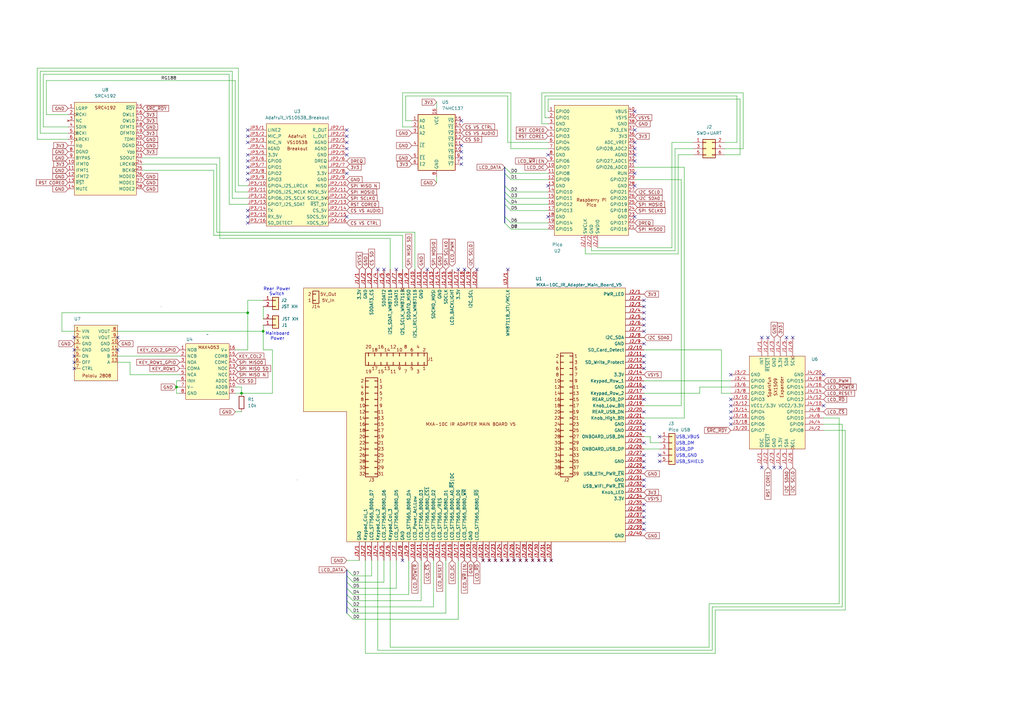
<source format=kicad_sch>
(kicad_sch (version 20231120) (generator "eeschema") (generator_version "8.0")
  (paper "A3")
  (lib_symbols
    (symbol "74xx:74HC137"
      (property "Reference" "U" (at -7.62 13.97 0))
      (property "Value" "74HC137" (at 2.54 -11.43 0))
      (symbol "74HC137_1_1"
        (pin input line (at -10.16 10.16 0) (length 2.54) (name "A0") (number "1"))
        (pin output line (at 10.16 -2.54 180) (length 2.54) (name "~{Y5}") (number "10"))
        (pin output line (at 10.16 0 180) (length 2.54) (name "~{Y4}") (number "11"))
        (pin output line (at 10.16 2.54 180) (length 2.54) (name "~{Y3}") (number "12"))
        (pin output line (at 10.16 5.08 180) (length 2.54) (name "~{Y2}") (number "13"))
        (pin output line (at 10.16 7.62 180) (length 2.54) (name "~{Y1}") (number "14"))
        (pin output line (at 10.16 10.16 180) (length 2.54) (name "~{Y0}") (number "15"))
        (pin power_in line (at 0 15.24 270) (length 2.54) (name "VCC") (number "16"))
        (pin input line (at -10.16 7.62 0) (length 2.54) (name "A1") (number "2"))
        (pin input line (at -10.16 5.08 0) (length 2.54) (name "A2") (number "3"))
        (pin input line (at -10.16 0 0) (length 2.54) (name "~{LE}") (number "4"))
        (pin input line (at -10.16 -5.08 0) (length 2.54) (name "~{E1}") (number "5"))
        (pin input line (at -10.16 -7.62 0) (length 2.54) (name "E2") (number "6"))
        (pin output line (at 10.16 -7.62 180) (length 2.54) (name "~{Y7}") (number "7"))
        (pin power_in line (at 0 -12.7 90) (length 2.54) (name "GND") (number "8"))
        (pin output line (at 10.16 -5.08 180) (length 2.54) (name "~{Y6}") (number "9"))
      )
    )
    (symbol "Connector_Generic:Conn_01x02" (pin_names (offset 1.016) hide)
      (property "Reference" "J" (at 0 2.54 0))
      (property "Value" "Conn_01x02" (at 0 -5.08 0))
      (symbol "Conn_01x02_1_1"
        (pin passive line (at -5.08 0 0) (length 3.81) (name "Pin_1") (number "1"))
        (pin passive line (at -5.08 -2.54 0) (length 3.81) (name "Pin_2") (number "2"))
      )
    )
    (symbol "Connector_Generic:Conn_01x05" (pin_names (offset 1.016) hide)
      (property "Reference" "J" (at 0 7.62 0))
      (property "Value" "Conn_01x05" (at 0 -7.62 0))
      (symbol "Conn_01x05_1_1"
        (pin passive line (at -5.08 5.08 0) (length 3.81) (name "Pin_1") (number "1"))
        (pin passive line (at -5.08 2.54 0) (length 3.81) (name "Pin_2") (number "2"))
        (pin passive line (at -5.08 0 0) (length 3.81) (name "Pin_3") (number "3"))
        (pin passive line (at -5.08 -2.54 0) (length 3.81) (name "Pin_4") (number "4"))
        (pin passive line (at -5.08 -5.08 0) (length 3.81) (name "Pin_5") (number "5"))
      )
    )
    (symbol "Connector_Generic:Conn_02x03_Odd_Even" (pin_names (offset 1.016) hide)
      (property "Reference" "J" (at 1.27 5.08 0))
      (property "Value" "Conn_02x03_Odd_Even" (at 1.27 -5.08 0))
      (symbol "Conn_02x03_Odd_Even_1_1"
        (pin passive line (at -5.08 2.54 0) (length 3.81) (name "Pin_1") (number "1"))
        (pin passive line (at 7.62 2.54 180) (length 3.81) (name "Pin_2") (number "2"))
        (pin passive line (at -5.08 0 0) (length 3.81) (name "Pin_3") (number "3"))
        (pin passive line (at 7.62 0 180) (length 3.81) (name "Pin_4") (number "4"))
        (pin passive line (at -5.08 -2.54 0) (length 3.81) (name "Pin_5") (number "5"))
        (pin passive line (at 7.62 -2.54 180) (length 3.81) (name "Pin_6") (number "6"))
      )
    )
    (symbol "Device:R" (pin_numbers hide) (pin_names (offset 0))
      (property "Reference" "R" (at 2.032 0 90))
      (property "Value" "R" (at 0 0 90))
      (symbol "R_1_1"
        (pin passive line (at 0 3.81 270) (length 1.27) (name "~") (number "1"))
        (pin passive line (at 0 -3.81 90) (length 1.27) (name "~") (number "2"))
      )
    )
    (symbol "picopdio:Adafruit_VS1053B_Breakout" (pin_names (offset 0.5))
      (property "Reference" "U" (at 0 0 0))
      (property "Value" "Adafruit_VS1053B_Breakout" (at 0 3.81 0))
      (symbol "Adafruit_VS1053B_Breakout_0_0"
        (text "Adafruit" (at 0 -2.54 0) (effects (font (size 1.27 1.27))))
        (text "Breakout" (at 0 -7.62 0) (effects (font (size 1.27 1.27))))
        (text "VS1053B" (at 0 -5.08 0) (effects (font (size 1.27 1.27))))
        (pin output line (at 20.32 0 180) (length 7.62) (name "R_OUT") (number "JP2/1"))
        (pin output line (at 20.32 -22.86 180) (length 7.62) (name "MISO") (number "JP2/10"))
        (pin input line (at 20.32 -25.4 180) (length 7.62) (name "MOSI_5V") (number "JP2/11"))
        (pin input clock (at 20.32 -27.94 180) (length 7.62) (name "SCLK_5V") (number "JP2/12"))
        (pin input line (at 20.32 -33.02 180) (length 7.62) (name "CS_5V") (number "JP2/14"))
        (pin input line (at 20.32 -35.56 180) (length 7.62) (name "SDCS_5V") (number "JP2/15"))
        (pin input line (at 20.32 -38.1 180) (length 7.62) (name "XDCS_5V") (number "JP2/16"))
        (pin output line (at 20.32 -2.54 180) (length 7.62) (name "L_OUT") (number "JP2/2"))
        (pin power_out line (at 20.32 -5.08 180) (length 7.62) (name "AGND") (number "JP2/3"))
        (pin power_out line (at 20.32 -7.62 180) (length 7.62) (name "AGND") (number "JP2/4"))
        (pin power_in line (at 20.32 -10.16 180) (length 7.62) (name "GND") (number "JP2/5"))
        (pin output line (at 20.32 -12.7 180) (length 7.62) (name "DREQ") (number "JP2/6"))
        (pin power_in line (at 20.32 -15.24 180) (length 7.62) (name "VIN") (number "JP2/7"))
        (pin power_out line (at 20.32 -17.78 180) (length 7.62) (name "3.3V") (number "JP2/8"))
        (pin power_in line (at 20.32 -20.32 180) (length 7.62) (name "GND") (number "JP2/9"))
        (pin input line (at -20.32 0 0) (length 7.62) (name "LINE2") (number "JP3/1"))
        (pin bidirectional line (at -20.32 -22.86 0) (length 7.62) (name "GPIO4_I2S_LRCLK") (number "JP3/10"))
        (pin bidirectional line (at -20.32 -25.4 0) (length 7.62) (name "GPIO5_I2S_MCLK") (number "JP3/11"))
        (pin bidirectional line (at -20.32 -27.94 0) (length 7.62) (name "GPIO6_I2S_SCLK") (number "JP3/12"))
        (pin bidirectional line (at -20.32 -30.48 0) (length 7.62) (name "GPIO7_I2S_SDAT") (number "JP3/13"))
        (pin output line (at -20.32 -33.02 0) (length 7.62) (name "TX") (number "JP3/14"))
        (pin input line (at -20.32 -35.56 0) (length 7.62) (name "RX_5V") (number "JP3/15"))
        (pin output line (at -20.32 -38.1 0) (length 7.62) (name "SD_DETECT") (number "JP3/16"))
        (pin input line (at -20.32 -2.54 0) (length 7.62) (name "MIC_P") (number "JP3/2"))
        (pin input line (at -20.32 -5.08 0) (length 7.62) (name "MIC_N") (number "JP3/3"))
        (pin power_out line (at -20.32 -10.16 0) (length 7.62) (name "3.3V") (number "JP3/5"))
        (pin bidirectional line (at -20.32 -12.7 0) (length 7.62) (name "GPIO0") (number "JP3/6"))
        (pin bidirectional line (at -20.32 -15.24 0) (length 7.62) (name "GPIO1") (number "JP3/7"))
        (pin bidirectional line (at -20.32 -17.78 0) (length 7.62) (name "GPIO2") (number "JP3/8"))
        (pin bidirectional line (at -20.32 -20.32 0) (length 7.62) (name "GPIO3") (number "JP3/9"))
      )
      (symbol "Adafruit_VS1053B_Breakout_1_0"
        (pin input line (at 20.32 -30.48 180) (length 7.62) (name "~{RST}_5V") (number "JP2/13"))
        (pin power_out line (at -20.32 -7.62 0) (length 7.62) (name "AGND") (number "JP3/4"))
      )
    )
    (symbol "picopdio:MAX4053"
      (property "Reference" "U" (at 0.508 1.016 0))
      (symbol "MAX4053_1_1"
        (text "MAX4053" (at 9.398 -1.524 0) (effects (font (size 1.27 1.27))))
        (pin bidirectional line (at -2.54 -2.54 0) (length 2.54) (name "NOB") (number "1"))
        (pin input line (at 20.32 -17.78 180) (length 2.54) (name "ADDB") (number "10"))
        (pin input line (at 20.32 -15.24 180) (length 2.54) (name "ADDC") (number "11"))
        (pin bidirectional line (at 20.32 -12.7 180) (length 2.54) (name "NCC") (number "12"))
        (pin bidirectional line (at 20.32 -10.16 180) (length 2.54) (name "NOC") (number "13"))
        (pin bidirectional line (at 20.32 -7.62 180) (length 2.54) (name "COMC") (number "14"))
        (pin bidirectional line (at 20.32 -5.08 180) (length 2.54) (name "COMB") (number "15"))
        (pin power_in line (at 20.32 -2.54 180) (length 2.54) (name "V+") (number "16"))
        (pin bidirectional line (at -2.54 -5.08 0) (length 2.54) (name "NCB") (number "2"))
        (pin bidirectional line (at -2.54 -7.62 0) (length 2.54) (name "NOA") (number "3"))
        (pin bidirectional line (at -2.54 -10.16 0) (length 2.54) (name "COMA") (number "4"))
        (pin bidirectional line (at -2.54 -12.7 0) (length 2.54) (name "NCA") (number "5"))
        (pin input line (at -2.54 -15.24 0) (length 2.54) (name "INH") (number "6"))
        (pin power_in line (at -2.54 -17.78 0) (length 2.54) (name "V-") (number "7"))
        (pin power_in line (at -2.54 -20.32 0) (length 2.54) (name "GND") (number "8"))
        (pin input line (at 20.32 -20.32 180) (length 2.54) (name "ADDA") (number "9"))
      )
    )
    (symbol "picopdio:MXA-10C_IR_Adapter_Main_Board_V5"
      (property "Reference" "U" (at 83.82 -58.42 0))
      (property "Value" "MXA-10C_IR_Adapter_Main_Board_V5" (at 83.82 -53.34 0))
      (symbol "MXA-10C_IR_Adapter_Main_Board_V5_0_0"
        (text "1" (at 17.78 -12.7 0) (effects (font (size 1.27 1.27))))
        (text "1" (at 46.99 -45.72 0) (effects (font (size 1.27 1.27))))
        (text "1" (at 64.77 -40.64 0) (effects (font (size 1.27 1.27))))
        (text "1" (at 127 -35.56 0) (effects (font (size 1.27 1.27))))
        (text "10" (at 39.37 -55.88 0) (effects (font (size 1.27 1.27))))
        (text "10" (at 54.61 -33.02 0) (effects (font (size 1.27 1.27))))
        (text "10" (at 119.38 -45.72 0) (effects (font (size 1.27 1.27))))
        (text "11" (at 46.99 -58.42 0) (effects (font (size 1.27 1.27))))
        (text "11" (at 52.07 -41.91 0) (effects (font (size 1.27 1.27))))
        (text "11" (at 127 -48.26 0) (effects (font (size 1.27 1.27))))
        (text "12" (at 39.37 -58.42 0) (effects (font (size 1.27 1.27))))
        (text "12" (at 52.07 -31.75 0) (effects (font (size 1.27 1.27))))
        (text "12" (at 119.38 -48.26 0) (effects (font (size 1.27 1.27))))
        (text "13" (at 46.99 -60.96 0) (effects (font (size 1.27 1.27))))
        (text "13" (at 49.53 -40.64 0) (effects (font (size 1.27 1.27))))
        (text "13" (at 127 -50.8 0) (effects (font (size 1.27 1.27))))
        (text "14" (at 39.37 -60.96 0) (effects (font (size 1.27 1.27))))
        (text "14" (at 49.53 -33.02 0) (effects (font (size 1.27 1.27))))
        (text "14" (at 119.38 -50.8 0) (effects (font (size 1.27 1.27))))
        (text "15" (at 46.99 -63.5 0) (effects (font (size 1.27 1.27))))
        (text "15" (at 46.99 -41.91 0) (effects (font (size 1.27 1.27))))
        (text "15" (at 127 -53.34 0) (effects (font (size 1.27 1.27))))
        (text "16" (at 39.37 -63.5 0) (effects (font (size 1.27 1.27))))
        (text "16" (at 46.99 -31.75 0) (effects (font (size 1.27 1.27))))
        (text "16" (at 119.38 -53.34 0) (effects (font (size 1.27 1.27))))
        (text "17" (at 44.45 -40.64 0) (effects (font (size 1.27 1.27))))
        (text "17" (at 46.99 -66.04 0) (effects (font (size 1.27 1.27))))
        (text "17" (at 127 -55.88 0) (effects (font (size 1.27 1.27))))
        (text "18" (at 39.37 -66.04 0) (effects (font (size 1.27 1.27))))
        (text "18" (at 44.45 -33.02 0) (effects (font (size 1.27 1.27))))
        (text "18" (at 119.38 -55.88 0) (effects (font (size 1.27 1.27))))
        (text "19" (at 41.91 -41.91 0) (effects (font (size 1.27 1.27))))
        (text "19" (at 46.99 -68.58 0) (effects (font (size 1.27 1.27))))
        (text "19" (at 127 -58.42 0) (effects (font (size 1.27 1.27))))
        (text "2" (at 17.78 -10.16 0) (effects (font (size 1.27 1.27))))
        (text "2" (at 39.37 -45.72 0) (effects (font (size 1.27 1.27))))
        (text "2" (at 64.77 -33.02 0) (effects (font (size 1.27 1.27))))
        (text "2" (at 119.38 -35.56 0) (effects (font (size 1.27 1.27))))
        (text "20" (at 39.37 -68.58 0) (effects (font (size 1.27 1.27))))
        (text "20" (at 41.91 -31.75 0) (effects (font (size 1.27 1.27))))
        (text "20" (at 119.38 -58.42 0) (effects (font (size 1.27 1.27))))
        (text "21" (at 46.99 -71.12 0) (effects (font (size 1.27 1.27))))
        (text "21" (at 127 -60.96 0) (effects (font (size 1.27 1.27))))
        (text "22" (at 39.37 -71.12 0) (effects (font (size 1.27 1.27))))
        (text "22" (at 119.38 -60.96 0) (effects (font (size 1.27 1.27))))
        (text "23" (at 46.99 -73.66 0) (effects (font (size 1.27 1.27))))
        (text "23" (at 127 -63.5 0) (effects (font (size 1.27 1.27))))
        (text "24" (at 39.37 -73.66 0) (effects (font (size 1.27 1.27))))
        (text "24" (at 119.38 -63.5 0) (effects (font (size 1.27 1.27))))
        (text "25" (at 46.99 -76.2 0) (effects (font (size 1.27 1.27))))
        (text "25" (at 127 -66.04 0) (effects (font (size 1.27 1.27))))
        (text "26" (at 39.37 -76.2 0) (effects (font (size 1.27 1.27))))
        (text "26" (at 119.38 -66.04 0) (effects (font (size 1.27 1.27))))
        (text "27" (at 46.99 -78.74 0) (effects (font (size 1.27 1.27))))
        (text "27" (at 127 -68.58 0) (effects (font (size 1.27 1.27))))
        (text "28" (at 39.37 -78.74 0) (effects (font (size 1.27 1.27))))
        (text "28" (at 119.38 -68.58 0) (effects (font (size 1.27 1.27))))
        (text "29" (at 46.99 -81.28 0) (effects (font (size 1.27 1.27))))
        (text "29" (at 127 -71.12 0) (effects (font (size 1.27 1.27))))
        (text "3" (at 46.99 -48.26 0) (effects (font (size 1.27 1.27))))
        (text "3" (at 62.23 -41.91 0) (effects (font (size 1.27 1.27))))
        (text "3" (at 127 -38.1 0) (effects (font (size 1.27 1.27))))
        (text "30" (at 39.37 -81.28 0) (effects (font (size 1.27 1.27))))
        (text "30" (at 119.38 -71.12 0) (effects (font (size 1.27 1.27))))
        (text "31" (at 46.99 -83.82 0) (effects (font (size 1.27 1.27))))
        (text "31" (at 127 -73.66 0) (effects (font (size 1.27 1.27))))
        (text "32" (at 39.37 -83.82 0) (effects (font (size 1.27 1.27))))
        (text "32" (at 119.38 -73.66 0) (effects (font (size 1.27 1.27))))
        (text "33" (at 127 -76.2 0) (effects (font (size 1.27 1.27))))
        (text "34" (at 119.38 -76.2 0) (effects (font (size 1.27 1.27))))
        (text "35" (at 127 -78.74 0) (effects (font (size 1.27 1.27))))
        (text "36" (at 119.38 -78.74 0) (effects (font (size 1.27 1.27))))
        (text "37" (at 127 -81.28 0) (effects (font (size 1.27 1.27))))
        (text "38" (at 119.38 -81.28 0) (effects (font (size 1.27 1.27))))
        (text "39" (at 127 -83.82 0) (effects (font (size 1.27 1.27))))
        (text "4" (at 39.37 -48.26 0) (effects (font (size 1.27 1.27))))
        (text "4" (at 62.23 -31.75 0) (effects (font (size 1.27 1.27))))
        (text "4" (at 119.38 -38.1 0) (effects (font (size 1.27 1.27))))
        (text "40" (at 119.38 -83.82 0) (effects (font (size 1.27 1.27))))
        (text "5" (at 46.99 -50.8 0) (effects (font (size 1.27 1.27))))
        (text "5" (at 59.69 -40.64 0) (effects (font (size 1.27 1.27))))
        (text "5" (at 127 -40.64 0) (effects (font (size 1.27 1.27))))
        (text "6" (at 39.37 -50.8 0) (effects (font (size 1.27 1.27))))
        (text "6" (at 59.69 -33.02 0) (effects (font (size 1.27 1.27))))
        (text "6" (at 119.38 -40.64 0) (effects (font (size 1.27 1.27))))
        (text "7" (at 46.99 -53.34 0) (effects (font (size 1.27 1.27))))
        (text "7" (at 57.15 -41.91 0) (effects (font (size 1.27 1.27))))
        (text "7" (at 127 -43.18 0) (effects (font (size 1.27 1.27))))
        (text "8" (at 39.37 -53.34 0) (effects (font (size 1.27 1.27))))
        (text "8" (at 57.15 -31.75 0) (effects (font (size 1.27 1.27))))
        (text "8" (at 119.38 -43.18 0) (effects (font (size 1.27 1.27))))
        (text "9" (at 46.99 -55.88 0) (effects (font (size 1.27 1.27))))
        (text "9" (at 54.61 -40.64 0) (effects (font (size 1.27 1.27))))
        (text "9" (at 127 -45.72 0) (effects (font (size 1.27 1.27))))
        (text "J1" (at 67.31 -36.83 0) (effects (font (size 1.27 1.27))))
        (text "J14" (at 20.32 -15.24 0) (effects (font (size 1.27 1.27))))
        (text "J2" (at 123.19 -86.36 0) (effects (font (size 1.27 1.27))))
        (text "J3" (at 43.18 -86.36 0) (effects (font (size 1.27 1.27))))
        (text "MXA-10C IR ADAPTER MAIN BOARD V5" (at 83.82 -63.5 0) (effects (font (size 1.27 1.27))))
        (pin input line (at 60.96 0 270) (length 7.62) (name "I2S_LRCLK_WM8711B") (number "J1/10"))
        (pin power_out line (at 63.5 0 270) (length 7.62) (name "GND") (number "J1/11"))
        (pin unspecified line (at 66.04 0 270) (length 7.62) (name "") (number "J1/12"))
        (pin input line (at 68.58 0 270) (length 7.62) (name "SDCMD_MOSI") (number "J1/13"))
        (pin power_out line (at 71.12 0 270) (length 7.62) (name "GND") (number "J1/14"))
        (pin input line (at 73.66 0 270) (length 7.62) (name "SDCLK") (number "J1/15"))
        (pin input line (at 76.2 0 270) (length 7.62) (name "LCD_BACKLIGHT") (number "J1/16"))
        (pin power_out line (at 78.74 0 270) (length 7.62) (name "3.3V") (number "J1/17"))
        (pin unspecified line (at 81.28 0 270) (length 7.62) (name "") (number "J1/18"))
        (pin input line (at 83.82 0 270) (length 7.62) (name "I2C_SCL") (number "J1/19"))
        (pin power_out line (at 40.64 0 270) (length 7.62) (name "GND") (number "J1/2"))
        (pin unspecified line (at 86.36 0 270) (length 7.62) (name "") (number "J1/20"))
        (pin input line (at 43.18 0 270) (length 7.62) (name "SDDAT3_CS") (number "J1/3"))
        (pin unspecified line (at 45.72 0 270) (length 7.62) (name "") (number "J1/4"))
        (pin unspecified line (at 48.26 0 270) (length 7.62) (name "SDDAT2") (number "J1/5"))
        (pin unspecified line (at 50.8 0 270) (length 7.62) (name "I2S_SDAT_WM8711B") (number "J1/6"))
        (pin unspecified line (at 53.34 0 270) (length 7.62) (name "SDDAT1") (number "J1/7"))
        (pin bidirectional clock (at 55.88 0 270) (length 7.62) (name "I2S_SCLK_WM8711B") (number "J1/8"))
        (pin output line (at 58.42 0 270) (length 7.62) (name "SDDAT0_MISO") (number "J1/9"))
        (pin output line (at 154.94 -10.16 180) (length 7.62) (name "PWR_LED") (number "J2/1"))
        (pin output line (at 154.94 -33.02 180) (length 7.62) (name "SD_Card_Detect") (number "J2/10"))
        (pin unspecified line (at 154.94 -35.56 180) (length 7.62) (name "") (number "J2/11"))
        (pin output line (at 154.94 -38.1 180) (length 7.62) (name "SD_Write_Protect") (number "J2/12"))
        (pin unspecified line (at 154.94 -40.64 180) (length 7.62) (name "") (number "J2/13"))
        (pin power_out line (at 154.94 -43.18 180) (length 7.62) (name "3.3V") (number "J2/14"))
        (pin bidirectional line (at 154.94 -45.72 180) (length 7.62) (name "Keypad_Row_1") (number "J2/15"))
        (pin power_out line (at 154.94 -48.26 180) (length 7.62) (name "GND") (number "J2/16"))
        (pin bidirectional line (at 154.94 -50.8 180) (length 7.62) (name "Keypad_Row_2") (number "J2/17"))
        (pin output line (at 154.94 -55.88 180) (length 7.62) (name "Knob_Low_Bit") (number "J2/19"))
        (pin unspecified line (at 154.94 -12.7 180) (length 7.62) (name "") (number "J2/2"))
        (pin output line (at 154.94 -60.96 180) (length 7.62) (name "Knob_High_Bit") (number "J2/21"))
        (pin power_out line (at 154.94 -63.5 180) (length 7.62) (name "GND") (number "J2/22"))
        (pin power_out line (at 154.94 -66.04 180) (length 7.62) (name "GND") (number "J2/23"))
        (pin unspecified line (at 154.94 -71.12 180) (length 7.62) (name "") (number "J2/25"))
        (pin unspecified line (at 154.94 -76.2 180) (length 7.62) (name "") (number "J2/27"))
        (pin unspecified line (at 154.94 -78.74 180) (length 7.62) (name "GND") (number "J2/28"))
        (pin unspecified line (at 154.94 -81.28 180) (length 7.62) (name "") (number "J2/29"))
        (pin unspecified line (at 154.94 -15.24 180) (length 7.62) (name "") (number "J2/3"))
        (pin power_out line (at 154.94 -86.36 180) (length 7.62) (name "GND") (number "J2/31"))
        (pin input line (at 154.94 -91.44 180) (length 7.62) (name "Knob_LED") (number "J2/33"))
        (pin power_out line (at 154.94 -93.98 180) (length 7.62) (name "3.3V") (number "J2/34"))
        (pin unspecified line (at 154.94 -96.52 180) (length 7.62) (name "") (number "J2/35"))
        (pin unspecified line (at 154.94 -99.06 180) (length 7.62) (name "") (number "J2/36"))
        (pin unspecified line (at 154.94 -101.6 180) (length 7.62) (name "") (number "J2/37"))
        (pin unspecified line (at 154.94 -104.14 180) (length 7.62) (name "") (number "J2/38"))
        (pin unspecified line (at 154.94 -106.68 180) (length 7.62) (name "") (number "J2/39"))
        (pin unspecified line (at 154.94 -17.78 180) (length 7.62) (name "") (number "J2/4"))
        (pin power_out line (at 154.94 -109.22 180) (length 7.62) (name "GND") (number "J2/40"))
        (pin unspecified line (at 154.94 -20.32 180) (length 7.62) (name "") (number "J2/5"))
        (pin unspecified line (at 154.94 -22.86 180) (length 7.62) (name "") (number "J2/6"))
        (pin unspecified line (at 154.94 -25.4 180) (length 7.62) (name "") (number "J2/7"))
        (pin bidirectional line (at 154.94 -27.94 180) (length 7.62) (name "I2C_SDA") (number "J2/8"))
        (pin power_out line (at 154.94 -30.48 180) (length 7.62) (name "GND") (number "J2/9"))
        (pin power_out line (at 38.1 -119.38 90) (length 7.62) (name "GND") (number "J3/1"))
        (pin input line (at 60.96 -119.38 90) (length 7.62) (name "LCD_Power_Act.Low") (number "J3/10"))
        (pin input line (at 63.5 -119.38 90) (length 7.62) (name "LCD_ST7565_8080_D3") (number "J3/11"))
        (pin input line (at 68.58 -119.38 90) (length 7.62) (name "LCD_ST7565_8080_D2") (number "J3/13"))
        (pin input line (at 71.12 -119.38 90) (length 7.62) (name "LCD_ST7565_/RES") (number "J3/14"))
        (pin input line (at 73.66 -119.38 90) (length 7.62) (name "LCD_ST7565_8080_D1") (number "J3/15"))
        (pin input line (at 78.74 -119.38 90) (length 7.62) (name "LCD_ST7565_8080_D0") (number "J3/17"))
        (pin power_out line (at 83.82 -119.38 90) (length 7.62) (name "GND") (number "J3/19"))
        (pin bidirectional line (at 40.64 -119.38 90) (length 7.62) (name "Keypad_Col_1") (number "J3/2"))
        (pin no_connect line (at 88.9 -119.38 90) (length 7.62) (name "") (number "J3/21"))
        (pin no_connect line (at 91.44 -119.38 90) (length 7.62) (name "") (number "J3/22"))
        (pin no_connect line (at 93.98 -119.38 90) (length 7.62) (name "") (number "J3/23"))
        (pin no_connect line (at 96.52 -119.38 90) (length 7.62) (name "") (number "J3/24"))
        (pin no_connect line (at 99.06 -119.38 90) (length 7.62) (name "") (number "J3/25"))
        (pin no_connect line (at 101.6 -119.38 90) (length 7.62) (name "") (number "J3/26"))
        (pin no_connect line (at 104.14 -119.38 90) (length 7.62) (name "") (number "J3/27"))
        (pin no_connect line (at 106.68 -119.38 90) (length 7.62) (name "") (number "J3/28"))
        (pin no_connect line (at 109.22 -119.38 90) (length 7.62) (name "") (number "J3/29"))
        (pin input line (at 43.18 -119.38 90) (length 7.62) (name "LCD_ST7565_8080_D7") (number "J3/3"))
        (pin no_connect line (at 111.76 -119.38 90) (length 7.62) (name "") (number "J3/30"))
        (pin no_connect line (at 114.3 -119.38 90) (length 7.62) (name "") (number "J3/31"))
        (pin no_connect line (at 116.84 -119.38 90) (length 7.62) (name "") (number "J3/32"))
        (pin bidirectional line (at 45.72 -119.38 90) (length 7.62) (name "Keypad_Col_2") (number "J3/4"))
        (pin input line (at 48.26 -119.38 90) (length 7.62) (name "LCD_ST7565_8080_D6") (number "J3/5"))
        (pin bidirectional line (at 50.8 -119.38 90) (length 7.62) (name "Keypad_Col_3") (number "J3/6"))
        (pin input line (at 53.34 -119.38 90) (length 7.62) (name "LCD_ST7565_8080_D5") (number "J3/7"))
        (pin power_out line (at 55.88 -119.38 90) (length 7.62) (name "GND") (number "J3/8"))
        (pin input line (at 58.42 -119.38 90) (length 7.62) (name "LCD_ST7565_8080_D4") (number "J3/9"))
        (pin input line (at 99.06 0 270) (length 7.62) (name "WM8711B_XTI/MCLK") (number "U3/1"))
      )
      (symbol "MXA-10C_IR_Adapter_Main_Board_V5_1_0"
        (pin bidirectional line (at 154.94 -53.34 180) (length 7.62) (name "REAR_USB_DP") (number "J2/18"))
        (pin bidirectional line (at 154.94 -58.42 180) (length 7.62) (name "REAR_USB_DN") (number "J2/20"))
        (pin bidirectional line (at 154.94 -68.58 180) (length 7.62) (name "ONBOARD_USB_DN") (number "J2/24"))
        (pin bidirectional line (at 154.94 -73.66 180) (length 7.62) (name "ONBOARD_USB_DP") (number "J2/26"))
        (pin input line (at 154.94 -83.82 180) (length 7.62) (name "USB_ETH_PWR_~{EN}") (number "J2/30"))
        (pin input line (at 154.94 -88.9 180) (length 7.62) (name "USB_WIFI_PWR_~{EN}") (number "J2/32"))
        (pin input line (at 66.04 -119.38 90) (length 7.62) (name "LCD_ST7565_8080_~{CS1}") (number "J3/12"))
        (pin input line (at 76.2 -119.38 90) (length 7.62) (name "LCD_ST7565_8080_A0_~{RS}|DC") (number "J3/16"))
        (pin input line (at 81.28 -119.38 90) (length 7.62) (name "LCD_ST7565_8080_~{WR}") (number "J3/18"))
        (pin input line (at 86.36 -119.38 90) (length 7.62) (name "LCD_ST7565_8080_~{RD}") (number "J3/20"))
      )
      (symbol "MXA-10C_IR_Adapter_Main_Board_V5_1_1"
        (text "5V_In" (at 25.4 -12.7 0) (effects (font (size 1.27 1.27))))
        (text "5V_Out" (at 25.4 -10.16 0) (effects (font (size 1.27 1.27))))
        (pin power_out line (at 38.1 0 270) (length 7.62) (name "3.3V") (number "J1/1"))
      )
    )
    (symbol "picopdio:Pico"
      (property "Reference" "U" (at -13.97 29.21 0))
      (property "Value" "Pico" (at 0 -14.986 0))
      (symbol "Pico_1_0"
        (text "Raspberry Pi\nPico" (at 0 -11.938 0) (effects (font (size 1.27 1.27))))
      )
      (symbol "Pico_1_1"
        (pin bidirectional line (at -17.78 25.4 0) (length 2.54) (name "GPIO0") (number "1"))
        (pin bidirectional line (at -17.78 2.54 0) (length 2.54) (name "GPIO7") (number "10"))
        (pin bidirectional line (at -17.78 0 0) (length 2.54) (name "GPIO8") (number "11"))
        (pin bidirectional line (at -17.78 -2.54 0) (length 2.54) (name "GPIO9") (number "12"))
        (pin power_in line (at -17.78 -5.08 0) (length 2.54) (name "GND") (number "13"))
        (pin bidirectional line (at -17.78 -7.62 0) (length 2.54) (name "GPIO10") (number "14"))
        (pin bidirectional line (at -17.78 -10.16 0) (length 2.54) (name "GPIO11") (number "15"))
        (pin bidirectional line (at -17.78 -12.7 0) (length 2.54) (name "GPIO12") (number "16"))
        (pin bidirectional line (at -17.78 -15.24 0) (length 2.54) (name "GPIO13") (number "17"))
        (pin power_in line (at -17.78 -17.78 0) (length 2.54) (name "GND") (number "18"))
        (pin bidirectional line (at -17.78 -20.32 0) (length 2.54) (name "GPIO14") (number "19"))
        (pin bidirectional line (at -17.78 22.86 0) (length 2.54) (name "GPIO1") (number "2"))
        (pin bidirectional line (at -17.78 -22.86 0) (length 2.54) (name "GPIO15") (number "20"))
        (pin bidirectional line (at 17.78 -22.86 180) (length 2.54) (name "GPIO16") (number "21"))
        (pin bidirectional line (at 17.78 -20.32 180) (length 2.54) (name "GPIO17") (number "22"))
        (pin power_in line (at 17.78 -17.78 180) (length 2.54) (name "GND") (number "23"))
        (pin bidirectional line (at 17.78 -15.24 180) (length 2.54) (name "GPIO18") (number "24"))
        (pin bidirectional line (at 17.78 -12.7 180) (length 2.54) (name "GPIO19") (number "25"))
        (pin bidirectional line (at 17.78 -10.16 180) (length 2.54) (name "GPIO20") (number "26"))
        (pin bidirectional line (at 17.78 -7.62 180) (length 2.54) (name "GPIO21") (number "27"))
        (pin power_in line (at 17.78 -5.08 180) (length 2.54) (name "GND") (number "28"))
        (pin bidirectional line (at 17.78 -2.54 180) (length 2.54) (name "GPIO22") (number "29"))
        (pin power_in line (at -17.78 20.32 0) (length 2.54) (name "GND") (number "3"))
        (pin input line (at 17.78 0 180) (length 2.54) (name "RUN") (number "30"))
        (pin bidirectional line (at 17.78 2.54 180) (length 2.54) (name "GPIO26_ADC0") (number "31"))
        (pin bidirectional line (at 17.78 5.08 180) (length 2.54) (name "GPIO27_ADC1") (number "32"))
        (pin power_in line (at 17.78 7.62 180) (length 2.54) (name "AGND") (number "33"))
        (pin bidirectional line (at 17.78 10.16 180) (length 2.54) (name "GPIO28_ADC2") (number "34"))
        (pin power_in line (at 17.78 12.7 180) (length 2.54) (name "ADC_VREF") (number "35"))
        (pin power_out line (at 17.78 15.24 180) (length 2.54) (name "3V3") (number "36"))
        (pin input line (at 17.78 17.78 180) (length 2.54) (name "3V3_EN") (number "37"))
        (pin bidirectional line (at 17.78 20.32 180) (length 2.54) (name "GND") (number "38"))
        (pin power_in line (at 17.78 22.86 180) (length 2.54) (name "VSYS") (number "39"))
        (pin bidirectional line (at -17.78 17.78 0) (length 2.54) (name "GPIO2") (number "4"))
        (pin power_in line (at 17.78 25.4 180) (length 2.54) (name "VBUS") (number "40"))
        (pin bidirectional line (at -17.78 15.24 0) (length 2.54) (name "GPIO3") (number "5"))
        (pin bidirectional line (at -17.78 12.7 0) (length 2.54) (name "GPIO4") (number "6"))
        (pin bidirectional line (at -17.78 10.16 0) (length 2.54) (name "GPIO5") (number "7"))
        (pin power_in line (at -17.78 7.62 0) (length 2.54) (name "GND") (number "8"))
        (pin bidirectional line (at -17.78 5.08 0) (length 2.54) (name "GPIO6") (number "9"))
        (pin input line (at -2.54 -30.48 90) (length 5.08) (name "SWCLK") (number "J2/1"))
        (pin power_in line (at 0 -30.48 90) (length 5.08) (name "GND") (number "J2/2"))
        (pin bidirectional line (at 2.54 -30.48 90) (length 5.08) (name "SWDIO") (number "J2/3"))
      )
    )
    (symbol "picopdio:Pololu_2808"
      (property "Reference" "U" (at 2.54 0 0))
      (symbol "Pololu_2808_0_0"
        (text "Pololu 2808" (at 9.1646 -23.2967 0) (effects (font (size 1.27 1.27))))
      )
      (symbol "Pololu_2808_1_1"
        (pin power_in line (at 0 -5.08 0) (length 2.54) (name "VIN") (number "1"))
        (pin power_out line (at 17.78 -10.16 180) (length 2.54) (name "GND") (number "10"))
        (pin power_out line (at 17.78 -12.7 180) (length 2.54) (name "GND") (number "11"))
        (pin bidirectional line (at 17.78 -15.24 180) (length 2.54) (name "B") (number "12"))
        (pin bidirectional line (at 17.78 -17.78 180) (length 2.54) (name "A") (number "13"))
        (pin power_in line (at 0 -7.62 0) (length 2.54) (name "VIN") (number "2"))
        (pin power_in line (at 0 -10.16 0) (length 2.54) (name "GND") (number "3"))
        (pin power_in line (at 0 -12.7 0) (length 2.54) (name "GND") (number "4"))
        (pin input line (at 0 -15.24 0) (length 2.54) (name "ON") (number "5"))
        (pin input line (at 0 -17.78 0) (length 2.54) (name "OFF") (number "6"))
        (pin input line (at 0 -20.32 0) (length 2.54) (name "CTRL") (number "7"))
        (pin power_out line (at 17.78 -5.08 180) (length 2.54) (name "VOUT") (number "8"))
        (pin power_out line (at 17.78 -7.62 180) (length 2.54) (name "VOUT") (number "9"))
      )
    )
    (symbol "picopdio:SRC4192"
      (property "Reference" "U" (at -11.938 18.796 0))
      (property "Value" "SRC4192" (at 8.128 18.796 0))
      (symbol "SRC4192_1_1"
        (text "SRC4192" (at 0 15.494 0) (effects (font (size 1.27 1.27))))
        (pin input line (at -15.24 15.24 0) (length 2.54) (name "LGRP") (number "1"))
        (pin input line (at -15.24 -7.62 0) (length 2.54) (name "IFMT0") (number "10"))
        (pin input line (at -15.24 -10.16 0) (length 2.54) (name "IFMT1") (number "11"))
        (pin input line (at -15.24 -12.7 0) (length 2.54) (name "IFMT2") (number "12"))
        (pin input line (at -15.24 -15.24 0) (length 2.54) (name "~{RST}") (number "13"))
        (pin input line (at -15.24 -17.78 0) (length 2.54) (name "MUTE") (number "14"))
        (pin output line (at 15.24 15.24 180) (length 2.54) (name "~{RDY}") (number "15"))
        (pin input line (at 15.24 12.7 180) (length 2.54) (name "OWL1") (number "16"))
        (pin input line (at 15.24 10.16 180) (length 2.54) (name "OWL0") (number "17"))
        (pin input line (at 15.24 7.62 180) (length 2.54) (name "OFMT1") (number "18"))
        (pin input line (at 15.24 5.08 180) (length 2.54) (name "OFMT0") (number "19"))
        (pin input clock (at -15.24 12.7 0) (length 2.54) (name "RCKI") (number "2"))
        (pin input line (at 15.24 2.54 180) (length 2.54) (name "TDMI") (number "20"))
        (pin power_in line (at 15.24 0 180) (length 2.54) (name "DGND") (number "21"))
        (pin power_in line (at 15.24 -2.54 180) (length 2.54) (name "V_{DD}") (number "22"))
        (pin output line (at 15.24 -5.08 180) (length 2.54) (name "SDOUT") (number "23"))
        (pin output clock (at 15.24 -7.62 180) (length 2.54) (name "LRCKO") (number "24"))
        (pin output clock (at 15.24 -10.16 180) (length 2.54) (name "BCKO") (number "25"))
        (pin input line (at 15.24 -12.7 180) (length 2.54) (name "MODE0") (number "26"))
        (pin input line (at 15.24 -15.24 180) (length 2.54) (name "MODE1") (number "27"))
        (pin input line (at 15.24 -17.78 180) (length 2.54) (name "MODE2") (number "28"))
        (pin no_connect line (at -15.24 10.16 0) (length 2.54) (name "NC") (number "3"))
        (pin input line (at -15.24 7.62 0) (length 2.54) (name "SDIN") (number "4"))
        (pin input clock (at -15.24 5.08 0) (length 2.54) (name "BCKI") (number "5"))
        (pin input clock (at -15.24 2.54 0) (length 2.54) (name "LRCKI") (number "6"))
        (pin power_in line (at -15.24 0 0) (length 2.54) (name "V_{IO}") (number "7"))
        (pin power_in line (at -15.24 -2.54 0) (length 2.54) (name "DGND") (number "8"))
        (pin input line (at -15.24 -5.08 0) (length 2.54) (name "BYPAS") (number "9"))
      )
    )
    (symbol "picopdio:SparkFun_SX1509_Expander"
      (property "Reference" "U" (at 30.48 -2.54 0))
      (property "Value" "SparkFun_SX1509_Expander" (at 43.18 -5.08 0))
      (symbol "SparkFun_SX1509_Expander_0_0"
        (text "Expander" (at 20.9444 -20.3162 900) (effects (font (size 1.27 1.27))))
        (text "Sparkfun" (at 15.8644 -20.3162 900) (effects (font (size 1.27 1.27))))
        (text "SX1509" (at 18.4044 -20.3162 900) (effects (font (size 1.27 1.27))))
        (pin output line (at 12.7 0 270) (length 7.62) (name "INT") (number "J1/1"))
        (pin power_in line (at 17.78 0 270) (length 7.62) (name "GND") (number "J1/3"))
        (pin power_in line (at 20.32 -53.34 90) (length 7.62) (name "3.3V") (number "J1/4"))
        (pin power_in line (at 20.32 0 270) (length 7.62) (name "3.3V") (number "J1/4"))
        (pin bidirectional line (at 22.86 -53.34 90) (length 7.62) (name "SDA") (number "J1/5"))
        (pin bidirectional line (at 22.86 0 270) (length 7.62) (name "SDA") (number "J1/5"))
        (pin input clock (at 25.4 0 270) (length 7.62) (name "SCL") (number "J1/6"))
        (pin bidirectional line (at 12.7 -53.34 90) (length 7.62) (name "OSC") (number "J2/1"))
        (pin power_in line (at 17.78 -53.34 90) (length 7.62) (name "GND") (number "J2/3"))
        (pin input clock (at 25.4 -53.34 90) (length 7.62) (name "SCL") (number "J2/6"))
        (pin bidirectional line (at 0 -25.4 0) (length 7.62) (name "GPIO3") (number "J3/10"))
        (pin power_out line (at 0 -27.94 0) (length 7.62) (name "VCC1/3.3V") (number "J3/12"))
        (pin bidirectional line (at 0 -30.48 0) (length 7.62) (name "GPIO4") (number "J3/14"))
        (pin bidirectional line (at 0 -33.02 0) (length 7.62) (name "GPIO5") (number "J3/16"))
        (pin bidirectional line (at 0 -35.56 0) (length 7.62) (name "GPIO6") (number "J3/18"))
        (pin power_out line (at 0 -15.24 0) (length 7.62) (name "GND") (number "J3/2"))
        (pin bidirectional line (at 0 -38.1 0) (length 7.62) (name "GPIO7") (number "J3/20"))
        (pin bidirectional line (at 0 -17.78 0) (length 7.62) (name "GPIO0") (number "J3/4"))
        (pin bidirectional line (at 0 -20.32 0) (length 7.62) (name "GPIO1") (number "J3/6"))
        (pin bidirectional line (at 0 -22.86 0) (length 7.62) (name "GPIO2") (number "J3/8"))
        (pin power_out line (at 38.1 -27.94 180) (length 7.62) (name "VCC2/3.3V") (number "J4/10"))
        (pin bidirectional line (at 38.1 -25.4 180) (length 7.62) (name "GPIO12") (number "J4/12"))
        (pin bidirectional line (at 38.1 -22.86 180) (length 7.62) (name "GPIO13") (number "J4/14"))
        (pin bidirectional line (at 38.1 -20.32 180) (length 7.62) (name "GPIO14") (number "J4/16"))
        (pin bidirectional line (at 38.1 -17.78 180) (length 7.62) (name "GPIO15") (number "J4/18"))
        (pin bidirectional line (at 38.1 -38.1 180) (length 7.62) (name "GPIO8") (number "J4/2"))
        (pin power_out line (at 38.1 -15.24 180) (length 7.62) (name "GND") (number "J4/20"))
        (pin bidirectional line (at 38.1 -35.56 180) (length 7.62) (name "GPIO9") (number "J4/4"))
        (pin bidirectional line (at 38.1 -33.02 180) (length 7.62) (name "GPIO10") (number "J4/6"))
        (pin bidirectional line (at 38.1 -30.48 180) (length 7.62) (name "GPIO11") (number "J4/8"))
      )
      (symbol "SparkFun_SX1509_Expander_1_0"
        (pin input line (at 15.24 0 270) (length 7.62) (name "~{RESET}") (number "J1/2"))
        (pin input line (at 15.24 -53.34 90) (length 7.62) (name "~{RESET}") (number "J2/2"))
      )
    )
  )
  (bus_alias "I2C_Low_Speed" (members "SDA" "SCL"))
  (junction (at 101.6 128.27))
  (junction (at 107.95 135.89))
  (junction (at 72.39 158.75))
  (junction (at 99.06 161.29))
  (no_connect (at 270.51 189.23))
  (no_connect (at 189.23 64.77))
  (no_connect (at 189.23 62.23))
  (no_connect (at 270.51 179.07))
  (no_connect (at 320.04 191.77))
  (no_connect (at 317.5 191.77))
  (no_connect (at 312.42 191.77))
  (no_connect (at 337.82 153.67))
  (no_connect (at 337.82 166.37))
  (no_connect (at 299.72 173.99))
  (no_connect (at 299.72 171.45))
  (no_connect (at 299.72 168.91))
  (no_connect (at 299.72 166.37))
  (no_connect (at 299.72 163.83))
  (no_connect (at 299.72 153.67))
  (no_connect (at 314.96 138.43))
  (no_connect (at 312.42 138.43))
  (no_connect (at 322.58 138.43))
  (no_connect (at 325.12 138.43))
  (no_connect (at 189.23 59.69))
  (no_connect (at 165.1 229.87))
  (no_connect (at 198.12 229.87))
  (no_connect (at 200.66 229.87))
  (no_connect (at 203.2 229.87))
  (no_connect (at 205.74 229.87))
  (no_connect (at 218.44 229.87))
  (no_connect (at 220.98 229.87))
  (no_connect (at 223.52 229.87))
  (no_connect (at 226.06 229.87))
  (no_connect (at 213.36 229.87))
  (no_connect (at 215.9 229.87))
  (no_connect (at 210.82 229.87))
  (no_connect (at 208.28 229.87))
  (no_connect (at 189.23 49.53))
  (no_connect (at 189.23 67.31))
  (no_connect (at 142.24 55.88))
  (no_connect (at 142.24 71.12))
  (no_connect (at 224.79 63.5))
  (no_connect (at 260.35 45.72))
  (no_connect (at 260.35 60.96))
  (no_connect (at 260.35 63.5))
  (no_connect (at 260.35 58.42))
  (no_connect (at 260.35 53.34))
  (no_connect (at 260.35 88.9))
  (no_connect (at 260.35 71.12))
  (no_connect (at 260.35 76.2))
  (no_connect (at 224.79 88.9))
  (no_connect (at 260.35 66.04))
  (no_connect (at 208.28 110.49))
  (no_connect (at 157.48 110.49))
  (no_connect (at 162.56 110.49))
  (no_connect (at 48.26 143.51))
  (no_connect (at 224.79 76.2))
  (no_connect (at 264.16 199.39))
  (no_connect (at 264.16 196.85))
  (no_connect (at 264.16 191.77))
  (no_connect (at 264.16 214.63))
  (no_connect (at 264.16 212.09))
  (no_connect (at 264.16 217.17))
  (no_connect (at 264.16 209.55))
  (no_connect (at 264.16 207.01))
  (no_connect (at 264.16 146.05))
  (no_connect (at 264.16 151.13))
  (no_connect (at 264.16 140.97))
  (no_connect (at 264.16 158.75))
  (no_connect (at 264.16 173.99))
  (no_connect (at 264.16 176.53))
  (no_connect (at 264.16 181.61))
  (no_connect (at 264.16 186.69))
  (no_connect (at 264.16 189.23))
  (no_connect (at 270.51 186.69))
  (no_connect (at 264.16 125.73))
  (no_connect (at 264.16 128.27))
  (no_connect (at 264.16 130.81))
  (no_connect (at 264.16 123.19))
  (no_connect (at 264.16 135.89))
  (no_connect (at 264.16 133.35))
  (no_connect (at 264.16 168.91))
  (no_connect (at 264.16 163.83))
  (no_connect (at 142.24 58.42))
  (no_connect (at 101.6 66.04))
  (no_connect (at 101.6 63.5))
  (no_connect (at 101.6 58.42))
  (no_connect (at 101.6 55.88))
  (no_connect (at 101.6 53.34))
  (no_connect (at 101.6 73.66))
  (no_connect (at 101.6 71.12))
  (no_connect (at 101.6 68.58))
  (no_connect (at 101.6 91.44))
  (no_connect (at 101.6 88.9))
  (no_connect (at 101.6 86.36))
  (no_connect (at 142.24 60.96))
  (no_connect (at 142.24 63.5))
  (no_connect (at 142.24 88.9))
  (no_connect (at 48.26 138.43))
  (no_connect (at 30.48 143.51))
  (no_connect (at 30.48 146.05))
  (no_connect (at 30.48 148.59))
  (no_connect (at 30.48 151.13))
  (no_connect (at 30.48 138.43))
  (no_connect (at 142.24 53.34))
  (no_connect (at 264.16 148.59))
  (no_connect (at 195.58 110.49))
  (no_connect (at 190.5 110.49))
  (no_connect (at 154.94 110.49))
  (no_connect (at 187.96 110.49))
  (no_connect (at 175.26 110.49))
  (bus_entry (at 207.01 81.28) (size 2.54 2.54))
  (bus_entry (at 142.24 251.46) (size 2.54 2.54))
  (bus_entry (at 207.01 91.44) (size 2.54 2.54))
  (bus_entry (at 207.01 88.9) (size 2.54 2.54))
  (bus_entry (at 207.01 71.12) (size 2.54 2.54))
  (bus_entry (at 142.24 243.84) (size 2.54 2.54))
  (bus_entry (at 207.01 83.82) (size 2.54 2.54))
  (bus_entry (at 142.24 248.92) (size 2.54 2.54))
  (bus_entry (at 207.01 68.58) (size 2.54 2.54))
  (bus_entry (at 142.24 236.22) (size 2.54 2.54))
  (bus_entry (at 142.24 241.3) (size 2.54 2.54))
  (bus_entry (at 142.24 233.68) (size 2.54 2.54))
  (bus_entry (at 207.01 76.2) (size 2.54 2.54))
  (bus_entry (at 142.24 238.76) (size 2.54 2.54))
  (bus_entry (at 207.01 78.74) (size 2.54 2.54))
  (bus_entry (at 142.24 246.38) (size 2.54 2.54))
  (wire (pts (xy 144.78 243.84) (xy 167.64 243.84)))
  (wire (pts (xy 96.52 143.51) (xy 101.6 143.51)))
  (wire (pts (xy 260.35 73.66) (xy 279.4 73.66)))
  (wire (pts (xy 30.48 135.89) (xy 25.4 135.89)))
  (wire (pts (xy 280.67 68.58) (xy 260.35 68.58)))
  (wire (pts (xy 266.7 179.07) (xy 266.7 181.61)))
  (wire (pts (xy 242.57 102.87) (xy 242.57 101.6)))
  (wire (pts (xy 290.83 265.43) (xy 290.83 247.65)))
  (wire (pts (xy 72.39 156.21) (xy 72.39 158.75)))
  (wire (pts (xy 95.25 81.28) (xy 95.25 29.21)))
  (wire (pts (xy 160.02 97.79) (xy 90.17 97.79)))
  (wire (pts (xy 280.67 171.45) (xy 264.16 171.45)))
  (wire (pts (xy 179.07 74.93) (xy 179.07 72.39)))
  (wire (pts (xy 170.18 110.49) (xy 170.18 95.25)))
  (wire (pts (xy 345.44 248.92) (xy 345.44 173.99)))
  (wire (pts (xy 72.39 158.75) (xy 72.39 161.29)))
  (wire (pts (xy 165.1 38.1) (xy 209.55 38.1)))
  (wire (pts (xy 19.05 33.02) (xy 19.05 46.99)))
  (wire (pts (xy 209.55 83.82) (xy 224.79 83.82)))
  (wire (pts (xy 154.94 229.87) (xy 154.94 266.7)))
  (wire (pts (xy 224.79 40.64) (xy 303.53 40.64)))
  (wire (pts (xy 87.63 69.85) (xy 58.42 69.85)))
  (wire (pts (xy 295.91 143.51) (xy 295.91 161.29)))
  (wire (pts (xy 149.86 229.87) (xy 149.86 267.97)))
  (wire (pts (xy 48.26 135.89) (xy 107.95 135.89)))
  (wire (pts (xy 240.03 104.14) (xy 240.03 101.6)))
  (wire (pts (xy 95.25 29.21) (xy 16.51 29.21)))
  (wire (pts (xy 287.02 161.29) (xy 287.02 158.75)))
  (wire (pts (xy 182.88 251.46) (xy 182.88 229.87)))
  (wire (pts (xy 96.52 158.75) (xy 99.06 158.75)))
  (wire (pts (xy 111.76 143.51) (xy 111.76 161.29)))
  (wire (pts (xy 162.56 241.3) (xy 162.56 229.87)))
  (wire (pts (xy 264.16 184.15) (xy 270.51 184.15)))
  (wire (pts (xy 73.66 156.21) (xy 72.39 156.21)))
  (wire (pts (xy 16.51 54.61) (xy 27.94 54.61)))
  (bus (pts (xy 142.24 241.3) (xy 142.24 243.84)))
  (wire (pts (xy 97.79 27.94) (xy 15.24 27.94)))
  (wire (pts (xy 303.53 40.64) (xy 303.53 63.5)))
  (wire (pts (xy 19.05 33.02) (xy 96.52 33.02)))
  (wire (pts (xy 168.91 52.07) (xy 165.1 52.07)))
  (wire (pts (xy 304.8 60.96) (xy 304.8 38.1)))
  (wire (pts (xy 297.18 60.96) (xy 304.8 60.96)))
  (wire (pts (xy 87.63 69.85) (xy 87.63 96.52)))
  (wire (pts (xy 276.86 60.96) (xy 284.48 60.96)))
  (wire (pts (xy 157.48 238.76) (xy 157.48 229.87)))
  (wire (pts (xy 72.39 158.75) (xy 73.66 158.75)))
  (wire (pts (xy 209.55 91.44) (xy 224.79 91.44)))
  (wire (pts (xy 165.1 110.49) (xy 165.1 96.52)))
  (wire (pts (xy 15.24 27.94) (xy 15.24 57.15)))
  (wire (pts (xy 144.78 251.46) (xy 182.88 251.46)))
  (wire (pts (xy 280.67 68.58) (xy 280.67 171.45)))
  (wire (pts (xy 19.05 46.99) (xy 27.94 46.99)))
  (wire (pts (xy 144.78 241.3) (xy 162.56 241.3)))
  (wire (pts (xy 72.39 161.29) (xy 73.66 161.29)))
  (wire (pts (xy 209.55 60.96) (xy 224.79 60.96)))
  (wire (pts (xy 17.78 30.48) (xy 17.78 52.07)))
  (wire (pts (xy 144.78 236.22) (xy 152.4 236.22)))
  (wire (pts (xy 304.8 38.1) (xy 222.25 38.1)))
  (wire (pts (xy 208.28 58.42) (xy 224.79 58.42)))
  (wire (pts (xy 224.79 40.64) (xy 224.79 45.72)))
  (wire (pts (xy 101.6 128.27) (xy 101.6 143.51)))
  (bus (pts (xy 142.24 233.68) (xy 142.24 236.22)))
  (wire (pts (xy 58.42 67.31) (xy 88.9 67.31)))
  (wire (pts (xy 107.95 143.51) (xy 111.76 143.51)))
  (wire (pts (xy 142.24 229.87) (xy 147.32 229.87)))
  (wire (pts (xy 25.4 128.27) (xy 25.4 135.89)))
  (wire (pts (xy 337.82 176.53) (xy 346.71 176.53)))
  (wire (pts (xy 240.03 104.14) (xy 278.13 104.14)))
  (wire (pts (xy 166.37 39.37) (xy 208.28 39.37)))
  (wire (pts (xy 209.55 81.28) (xy 224.79 81.28)))
  (bus (pts (xy 207.01 71.12) (xy 207.01 76.2)))
  (wire (pts (xy 165.1 52.07) (xy 165.1 38.1)))
  (wire (pts (xy 337.82 173.99) (xy 345.44 173.99)))
  (wire (pts (xy 266.7 181.61) (xy 270.51 181.61)))
  (wire (pts (xy 245.11 101.6) (xy 275.59 101.6)))
  (wire (pts (xy 209.55 93.98) (xy 224.79 93.98)))
  (wire (pts (xy 242.57 102.87) (xy 276.86 102.87)))
  (wire (pts (xy 292.1 248.92) (xy 345.44 248.92)))
  (wire (pts (xy 144.78 238.76) (xy 157.48 238.76)))
  (bus (pts (xy 207.01 88.9) (xy 207.01 91.44)))
  (wire (pts (xy 152.4 236.22) (xy 152.4 229.87)))
  (wire (pts (xy 25.4 128.27) (xy 101.6 128.27)))
  (wire (pts (xy 90.17 64.77) (xy 90.17 97.79)))
  (wire (pts (xy 99.06 158.75) (xy 99.06 161.29)))
  (wire (pts (xy 208.28 39.37) (xy 208.28 58.42)))
  (bus (pts (xy 207.01 76.2) (xy 207.01 78.74)))
  (wire (pts (xy 107.95 133.35) (xy 107.95 135.89)))
  (wire (pts (xy 93.98 83.82) (xy 93.98 30.48)))
  (wire (pts (xy 90.17 64.77) (xy 58.42 64.77)))
  (bus (pts (xy 207.01 68.58) (xy 207.01 71.12)))
  (wire (pts (xy 170.18 95.25) (xy 88.9 95.25)))
  (wire (pts (xy 160.02 110.49) (xy 160.02 97.79)))
  (wire (pts (xy 96.52 78.74) (xy 101.6 78.74)))
  (wire (pts (xy 209.55 86.36) (xy 224.79 86.36)))
  (bus (pts (xy 142.24 246.38) (xy 142.24 248.92)))
  (wire (pts (xy 165.1 96.52) (xy 87.63 96.52)))
  (bus (pts (xy 207.01 78.74) (xy 207.01 81.28)))
  (wire (pts (xy 302.26 58.42) (xy 297.18 58.42)))
  (wire (pts (xy 187.96 254) (xy 144.78 254)))
  (bus (pts (xy 142.24 236.22) (xy 142.24 238.76)))
  (wire (pts (xy 264.16 143.51) (xy 295.91 143.51)))
  (wire (pts (xy 111.76 161.29) (xy 99.06 161.29)))
  (wire (pts (xy 101.6 123.19) (xy 107.95 123.19)))
  (wire (pts (xy 15.24 57.15) (xy 27.94 57.15)))
  (wire (pts (xy 275.59 101.6) (xy 275.59 58.42)))
  (wire (pts (xy 96.52 161.29) (xy 99.06 161.29)))
  (wire (pts (xy 48.26 146.05) (xy 73.66 146.05)))
  (wire (pts (xy 287.02 158.75) (xy 299.72 158.75)))
  (wire (pts (xy 168.91 49.53) (xy 166.37 49.53)))
  (wire (pts (xy 101.6 83.82) (xy 93.98 83.82)))
  (wire (pts (xy 302.26 58.42) (xy 302.26 39.37)))
  (wire (pts (xy 107.95 125.73) (xy 107.95 130.81)))
  (wire (pts (xy 209.55 73.66) (xy 224.79 73.66)))
  (wire (pts (xy 107.95 135.89) (xy 107.95 143.51)))
  (wire (pts (xy 53.34 148.59) (xy 53.34 153.67)))
  (bus (pts (xy 207.01 81.28) (xy 207.01 83.82)))
  (wire (pts (xy 149.86 267.97) (xy 293.37 267.97)))
  (wire (pts (xy 167.64 243.84) (xy 167.64 229.87)))
  (wire (pts (xy 93.98 30.48) (xy 17.78 30.48)))
  (wire (pts (xy 292.1 266.7) (xy 292.1 248.92)))
  (wire (pts (xy 172.72 246.38) (xy 172.72 229.87)))
  (wire (pts (xy 88.9 67.31) (xy 88.9 95.25)))
  (wire (pts (xy 344.17 247.65) (xy 344.17 171.45)))
  (wire (pts (xy 264.16 161.29) (xy 287.02 161.29)))
  (bus (pts (xy 142.24 248.92) (xy 142.24 251.46)))
  (wire (pts (xy 101.6 128.27) (xy 101.6 123.19)))
  (wire (pts (xy 222.25 50.8) (xy 224.79 50.8)))
  (wire (pts (xy 293.37 267.97) (xy 293.37 250.19)))
  (wire (pts (xy 346.71 250.19) (xy 346.71 176.53)))
  (wire (pts (xy 302.26 39.37) (xy 223.52 39.37)))
  (wire (pts (xy 177.8 248.92) (xy 177.8 229.87)))
  (wire (pts (xy 144.78 246.38) (xy 172.72 246.38)))
  (wire (pts (xy 264.16 156.21) (xy 299.72 156.21)))
  (wire (pts (xy 264.16 179.07) (xy 266.7 179.07)))
  (wire (pts (xy 264.16 166.37) (xy 279.4 166.37)))
  (wire (pts (xy 16.51 29.21) (xy 16.51 54.61)))
  (wire (pts (xy 275.59 58.42) (xy 284.48 58.42)))
  (wire (pts (xy 160.02 265.43) (xy 290.83 265.43)))
  (wire (pts (xy 96.52 168.91) (xy 99.06 168.91)))
  (wire (pts (xy 48.26 148.59) (xy 53.34 148.59)))
  (wire (pts (xy 223.52 48.26) (xy 224.79 48.26)))
  (wire (pts (xy 53.34 153.67) (xy 73.66 153.67)))
  (wire (pts (xy 209.55 78.74) (xy 224.79 78.74)))
  (wire (pts (xy 179.07 41.91) (xy 179.07 44.45)))
  (wire (pts (xy 209.55 71.12) (xy 224.79 71.12)))
  (wire (pts (xy 279.4 73.66) (xy 279.4 166.37)))
  (wire (pts (xy 166.37 49.53) (xy 166.37 39.37)))
  (wire (pts (xy 154.94 266.7) (xy 292.1 266.7)))
  (wire (pts (xy 295.91 161.29) (xy 299.72 161.29)))
  (bus (pts (xy 142.24 238.76) (xy 142.24 241.3)))
  (wire (pts (xy 17.78 52.07) (xy 27.94 52.07)))
  (wire (pts (xy 223.52 39.37) (xy 223.52 48.26)))
  (wire (pts (xy 96.52 33.02) (xy 96.52 78.74)))
  (wire (pts (xy 276.86 102.87) (xy 276.86 60.96)))
  (wire (pts (xy 222.25 38.1) (xy 222.25 50.8)))
  (wire (pts (xy 187.96 229.87) (xy 187.96 254)))
  (wire (pts (xy 337.82 171.45) (xy 344.17 171.45)))
  (wire (pts (xy 209.55 38.1) (xy 209.55 60.96)))
  (wire (pts (xy 278.13 104.14) (xy 278.13 63.5)))
  (wire (pts (xy 303.53 63.5) (xy 297.18 63.5)))
  (wire (pts (xy 290.83 247.65) (xy 344.17 247.65)))
  (wire (pts (xy 97.79 76.2) (xy 97.79 27.94)))
  (wire (pts (xy 144.78 248.92) (xy 177.8 248.92)))
  (wire (pts (xy 160.02 229.87) (xy 160.02 265.43)))
  (bus (pts (xy 207.01 83.82) (xy 207.01 88.9)))
  (wire (pts (xy 293.37 250.19) (xy 346.71 250.19)))
  (wire (pts (xy 101.6 76.2) (xy 97.79 76.2)))
  (wire (pts (xy 101.6 81.28) (xy 95.25 81.28)))
  (wire (pts (xy 278.13 63.5) (xy 284.48 63.5)))
  (bus (pts (xy 142.24 243.84) (xy 142.24 246.38)))
  (text "Rear Power\nSwitch" (at 113.538 119.634 0) (effects (font (size 1.27 1.27))))
  (text "USB_SHIELD" (at 277.114 189.484 0) (effects (font (size 1.27 1.27)) (justify left)))
  (text "Mainboard\nPower" (at 113.792 137.922 0) (effects (font (size 1.27 1.27))))
  (text "USB_VBUS" (at 277.114 179.324 0) (effects (font (size 1.27 1.27)) (justify left)))
  (text "USB_GND" (at 277.114 186.944 0) (effects (font (size 1.27 1.27)) (justify left)))
  (text "USB_DP" (at 277.114 184.404 0) (effects (font (size 1.27 1.27)) (justify left)))
  (text "USB_DM" (at 277.114 181.864 0) (effects (font (size 1.27 1.27)) (justify left)))
  (label "D0" (at 209.55 71.12 0))
  (label "D8" (at 209.55 93.98 0))
  (label "RG188" (at 66.04 33.02 0))
  (label "D7" (at 209.55 93.98 0))
  (label "D1" (at 209.55 73.66 0))
  (label "D0" (at 144.78 254 0))
  (label "D5" (at 209.55 86.36 0))
  (label "D4" (at 209.55 83.82 0))
  (label "D4" (at 144.78 243.84 0))
  (label "D3" (at 144.78 246.38 0))
  (label "D5" (at 144.78 241.3 0))
  (label "D1" (at 144.78 251.46 0))
  (label "D2" (at 209.55 78.74 0))
  (label "D7" (at 144.78 236.22 0))
  (label "D3" (at 209.55 81.28 0))
  (label "D2" (at 144.78 248.92 0))
  (label "D6" (at 144.78 238.76 0))
  (label "D6" (at 209.55 91.44 0))
  (global_label "I2C SDA0" (shape input) (at 322.58 191.77 270) (property "Intersheetrefs" "${INTERSHEET_REFS}" (effects (hide yes))))
  (global_label "LCD_~{WR}|EN" (shape input) (at 190.5 229.87 270) (property "Intersheetrefs" "${INTERSHEET_REFS}" (effects (hide yes))))
  (global_label "SPI MISO SD" (shape input) (at 96.52 151.13 0) (property "Intersheetrefs" "${INTERSHEET_REFS}" (effects (hide yes))))
  (global_label "GND" (shape input) (at 168.91 54.61 180) (property "Intersheetrefs" "${INTERSHEET_REFS}" (effects (hide yes))))
  (global_label "CS VS CTRL" (shape input) (at 142.24 91.44 0) (property "Intersheetrefs" "${INTERSHEET_REFS}" (effects (hide yes))))
  (global_label "SPI MOSI0" (shape input) (at 177.8 110.49 90) (property "Intersheetrefs" "${INTERSHEET_REFS}" (effects (hide yes))))
  (global_label "KEY_COL2_GPIO" (shape input) (at 73.66 143.51 180) (property "Intersheetrefs" "${INTERSHEET_REFS}" (effects (hide yes))))
  (global_label "GND" (shape input) (at 260.35 50.8 0) (property "Intersheetrefs" "${INTERSHEET_REFS}" (effects (hide yes))))
  (global_label "KEY_ROW1" (shape input) (at 73.66 151.13 180) (property "Intersheetrefs" "${INTERSHEET_REFS}" (effects (hide yes))))
  (global_label "GND" (shape input) (at 264.16 219.71 0) (property "Intersheetrefs" "${INTERSHEET_REFS}" (effects (hide yes))))
  (global_label "RST CORE1" (shape input) (at 224.79 55.88 180) (property "Intersheetrefs" "${INTERSHEET_REFS}" (effects (hide yes))))
  (global_label "GND" (shape input) (at 27.94 72.39 180) (property "Intersheetrefs" "${INTERSHEET_REFS}" (effects (hide yes))))
  (global_label "GND" (shape input) (at 27.94 77.47 180) (property "Intersheetrefs" "${INTERSHEET_REFS}" (effects (hide yes))))
  (global_label "3V3" (shape input) (at 264.16 201.93 0) (property "Intersheetrefs" "${INTERSHEET_REFS}" (effects (hide yes))))
  (global_label "GND" (shape input) (at 72.39 158.75 180) (property "Intersheetrefs" "${INTERSHEET_REFS}" (effects (hide yes))))
  (global_label "VSYS" (shape input) (at 264.16 153.67 0) (property "Intersheetrefs" "${INTERSHEET_REFS}" (effects (hide yes))))
  (global_label "CS SD" (shape input) (at 189.23 57.15 0) (property "Intersheetrefs" "${INTERSHEET_REFS}" (effects (hide yes))))
  (global_label "RST CORE0" (shape input) (at 224.79 53.34 180) (property "Intersheetrefs" "${INTERSHEET_REFS}" (effects (hide yes))))
  (global_label "GND" (shape input) (at 27.94 44.45 180) (property "Intersheetrefs" "${INTERSHEET_REFS}" (effects (hide yes))))
  (global_label "LCD_DC" (shape input) (at 224.79 68.58 180) (property "Intersheetrefs" "${INTERSHEET_REFS}" (effects (hide yes))))
  (global_label "GND" (shape input) (at 149.86 110.49 90) (property "Intersheetrefs" "${INTERSHEET_REFS}" (effects (hide yes))))
  (global_label "GND" (shape input) (at 179.07 74.93 180) (property "Intersheetrefs" "${INTERSHEET_REFS}" (effects (hide yes))))
  (global_label "SPI MISO SD" (shape input) (at 167.64 110.49 90) (property "Intersheetrefs" "${INTERSHEET_REFS}" (effects (hide yes))))
  (global_label "I2C SCL0" (shape input) (at 193.04 110.49 90) (property "Intersheetrefs" "${INTERSHEET_REFS}" (effects (hide yes))))
  (global_label "LCD_PWM" (shape input) (at 185.42 109.22 90) (property "Intersheetrefs" "${INTERSHEET_REFS}" (effects (hide yes))))
  (global_label "3V3" (shape input) (at 58.42 46.99 0) (property "Intersheetrefs" "${INTERSHEET_REFS}" (effects (hide yes))))
  (global_label "LCD_~{POWER}" (shape input) (at 170.18 229.87 270) (property "Intersheetrefs" "${INTERSHEET_REFS}" (effects (hide yes))))
  (global_label "SPI MISO0" (shape input) (at 260.35 93.98 0) (property "Intersheetrefs" "${INTERSHEET_REFS}" (effects (hide yes))))
  (global_label "GND" (shape input) (at 168.91 59.69 180) (property "Intersheetrefs" "${INTERSHEET_REFS}" (effects (hide yes))))
  (global_label "3V3" (shape input) (at 168.91 67.31 180) (property "Intersheetrefs" "${INTERSHEET_REFS}" (effects (hide yes))))
  (global_label "LCD_DATA" (shape input) (at 207.01 68.58 180) (property "Intersheetrefs" "${INTERSHEET_REFS}" (effects (hide yes))))
  (global_label "LCD_~{RD}" (shape input) (at 195.58 229.87 270) (property "Intersheetrefs" "${INTERSHEET_REFS}" (effects (hide yes))))
  (global_label "GND" (shape input) (at 30.48 140.97 180) (property "Intersheetrefs" "${INTERSHEET_REFS}" (effects (hide yes))))
  (global_label "SPI SCLK0" (shape input) (at 260.35 86.36 0) (property "Intersheetrefs" "${INTERSHEET_REFS}" (effects (hide yes))))
  (global_label "3V3" (shape input) (at 27.94 59.69 180) (property "Intersheetrefs" "${INTERSHEET_REFS}" (effects (hide yes))))
  (global_label "VSYS" (shape input) (at 147.32 110.49 90) (property "Intersheetrefs" "${INTERSHEET_REFS}" (effects (hide yes))))
  (global_label "GND" (shape input) (at 58.42 52.07 0) (property "Intersheetrefs" "${INTERSHEET_REFS}" (effects (hide yes))))
  (global_label "GND" (shape input) (at 27.94 62.23 180) (property "Intersheetrefs" "${INTERSHEET_REFS}" (effects (hide yes))))
  (global_label "LCD_DC" (shape input) (at 185.42 229.87 270) (property "Intersheetrefs" "${INTERSHEET_REFS}" (effects (hide yes))))
  (global_label "CS VS AUDIO" (shape input) (at 189.23 54.61 0) (property "Intersheetrefs" "${INTERSHEET_REFS}" (effects (hide yes))))
  (global_label "LCD_PWM" (shape input) (at 337.82 156.21 0) (property "Intersheetrefs" "${INTERSHEET_REFS}" (effects (hide yes))))
  (global_label "3V3" (shape input) (at 264.16 120.65 0) (property "Intersheetrefs" "${INTERSHEET_REFS}" (effects (hide yes))))
  (global_label "3V3" (shape input) (at 260.35 55.88 0) (property "Intersheetrefs" "${INTERSHEET_REFS}" (effects (hide yes))))
  (global_label "I2C SCL0" (shape input) (at 260.35 78.74 0) (property "Intersheetrefs" "${INTERSHEET_REFS}" (effects (hide yes))))
  (global_label "GND" (shape input) (at 58.42 77.47 0) (property "Intersheetrefs" "${INTERSHEET_REFS}" (effects (hide yes))))
  (global_label "SPI MISO N" (shape input) (at 142.24 76.2 0) (property "Intersheetrefs" "${INTERSHEET_REFS}" (effects (hide yes))))
  (global_label "VSYS" (shape input) (at 260.35 48.26 0) (property "Intersheetrefs" "${INTERSHEET_REFS}" (effects (hide yes))))
  (global_label "SPI MISO N" (shape input) (at 96.52 153.67 0) (property "Intersheetrefs" "${INTERSHEET_REFS}" (effects (hide yes))))
  (global_label "CS VS CTRL" (shape input) (at 189.23 52.07 0) (property "Intersheetrefs" "${INTERSHEET_REFS}" (effects (hide yes))))
  (global_label "~{SRC_RDY}" (shape input) (at 58.42 44.45 0) (property "Intersheetrefs" "${INTERSHEET_REFS}" (effects (hide yes))))
  (global_label "RST CORE0" (shape input) (at 27.94 74.93 180) (property "Intersheetrefs" "${INTERSHEET_REFS}" (effects (hide yes))))
  (global_label "GND" (shape input) (at 58.42 57.15 0) (property "Intersheetrefs" "${INTERSHEET_REFS}" (effects (hide yes))))
  (global_label "GND" (shape input) (at 142.24 229.87 180) (property "Intersheetrefs" "${INTERSHEET_REFS}" (effects (hide yes))))
  (global_label "3V3" (shape input) (at 58.42 54.61 0) (property "Intersheetrefs" "${INTERSHEET_REFS}" (effects (hide yes))))
  (global_label "CS VS AUDIO" (shape input) (at 142.24 86.36 0) (property "Intersheetrefs" "${INTERSHEET_REFS}" (effects (hide yes))))
  (global_label "~{SRC_RDY}" (shape input) (at 299.72 176.53 180) (property "Intersheetrefs" "${INTERSHEET_REFS}" (effects (hide yes))))
  (global_label "SPI MOSI0" (shape input) (at 142.24 78.74 0) (property "Intersheetrefs" "${INTERSHEET_REFS}" (effects (hide yes))))
  (global_label "GND" (shape input) (at 27.94 64.77 180) (property "Intersheetrefs" "${INTERSHEET_REFS}" (effects (hide yes))))
  (global_label "SPI MOSI0" (shape input) (at 260.35 83.82 0) (property "Intersheetrefs" "${INTERSHEET_REFS}" (effects (hide yes))))
  (global_label "3V3" (shape input) (at 58.42 49.53 0) (property "Intersheetrefs" "${INTERSHEET_REFS}" (effects (hide yes))))
  (global_label "RST CORE1" (shape input) (at 314.96 191.77 270) (property "Intersheetrefs" "${INTERSHEET_REFS}" (effects (hide yes))))
  (global_label "CS SD" (shape input) (at 152.4 110.49 90) (property "Intersheetrefs" "${INTERSHEET_REFS}" (effects (hide yes))))
  (global_label "I2C SCL0" (shape input) (at 325.12 191.77 270) (property "Intersheetrefs" "${INTERSHEET_REFS}" (effects (hide yes))))
  (global_label "SPI SCLK0" (shape input) (at 142.24 81.28 0) (property "Intersheetrefs" "${INTERSHEET_REFS}" (effects (hide yes))))
  (global_label "LCD_~{CS}" (shape input) (at 337.82 168.91 0) (property "Intersheetrefs" "${INTERSHEET_REFS}" (effects (hide yes))))
  (global_label "3V3" (shape input) (at 179.07 41.91 180) (property "Intersheetrefs" "${INTERSHEET_REFS}" (effects (hide yes))))
  (global_label "KEY_COL2" (shape input) (at 96.52 146.05 0) (property "Intersheetrefs" "${INTERSHEET_REFS}" (effects (hide yes))))
  (global_label "LCD_~{WR}|EN" (shape input) (at 224.79 66.04 180) (property "Intersheetrefs" "${INTERSHEET_REFS}" (effects (hide yes))))
  (global_label "LCD_RESET" (shape input) (at 180.34 229.87 270) (property "Intersheetrefs" "${INTERSHEET_REFS}" (effects (hide yes))))
  (global_label "VSYS" (shape input) (at 264.16 204.47 0) (property "Intersheetrefs" "${INTERSHEET_REFS}" (effects (hide yes))))
  (global_label "RST CORE0" (shape input) (at 142.24 83.82 0) (property "Intersheetrefs" "${INTERSHEET_REFS}" (effects (hide yes))))
  (global_label "GND" (shape input) (at 142.24 73.66 0) (property "Intersheetrefs" "${INTERSHEET_REFS}" (effects (hide yes))))
  (global_label "DREQ" (shape input) (at 260.35 91.44 0) (property "Intersheetrefs" "${INTERSHEET_REFS}" (effects (hide yes))))
  (global_label "GND" (shape input) (at 96.52 168.91 180) (property "Intersheetrefs" "${INTERSHEET_REFS}" (effects (hide yes))))
  (global_label "I2C SDA0" (shape input) (at 264.16 138.43 0) (property "Intersheetrefs" "${INTERSHEET_REFS}" (effects (hide yes))))
  (global_label "LCD_DATA" (shape input) (at 142.24 233.68 180) (property "Intersheetrefs" "${INTERSHEET_REFS}" (effects (hide yes))))
  (global_label "3V3" (shape input) (at 142.24 68.58 0) (property "Intersheetrefs" "${INTERSHEET_REFS}" (effects (hide yes))))
  (global_label "GND" (shape input) (at 58.42 72.39 0) (property "Intersheetrefs" "${INTERSHEET_REFS}" (effects (hide yes))))
  (global_label "3V3" (shape input) (at 27.94 67.31 180) (property "Intersheetrefs" "${INTERSHEET_REFS}" (effects (hide yes))))
  (global_label "GND" (shape input) (at 58.42 74.93 0) (property "Intersheetrefs" "${INTERSHEET_REFS}" (effects (hide yes))))
  (global_label "GND" (shape input) (at 168.91 64.77 180) (property "Intersheetrefs" "${INTERSHEET_REFS}" (effects (hide yes))))
  (global_label "KEY_ROW1_GPIO" (shape input) (at 73.66 148.59 180) (property "Intersheetrefs" "${INTERSHEET_REFS}" (effects (hide yes))))
  (global_label "CS SD" (shape input) (at 96.52 156.21 0) (property "Intersheetrefs" "${INTERSHEET_REFS}" (effects (hide yes))))
  (global_label "LCD_~{CS}" (shape input) (at 175.26 229.87 270) (property "Intersheetrefs" "${INTERSHEET_REFS}" (effects (hide yes))))
  (global_label "3V3" (shape input) (at 58.42 62.23 0) (property "Intersheetrefs" "${INTERSHEET_REFS}" (effects (hide yes))))
  (global_label "GND" (shape input) (at 48.26 140.97 0) (property "Intersheetrefs" "${INTERSHEET_REFS}" (effects (hide yes))))
  (global_label "3V3" (shape input) (at 320.04 138.43 90) (property "Intersheetrefs" "${INTERSHEET_REFS}" (effects (hide yes))))
  (global_label "GND" (shape input) (at 317.5 138.43 90) (property "Intersheetrefs" "${INTERSHEET_REFS}" (effects (hide yes))))
  (global_label "GND" (shape input) (at 172.72 110.49 90) (property "Intersheetrefs" "${INTERSHEET_REFS}" (effects (hide yes))))
  (global_label "GND" (shape input) (at 264.16 194.31 0) (property "Intersheetrefs" "${INTERSHEET_REFS}" (effects (hide yes))))
  (global_label "GND" (shape input) (at 180.34 110.49 90) (property "Intersheetrefs" "${INTERSHEET_REFS}" (effects (hide yes))))
  (global_label "GND" (shape input) (at 193.04 229.87 270) (property "Intersheetrefs" "${INTERSHEET_REFS}" (effects (hide yes))))
  (global_label "I2C SDA0" (shape input) (at 260.35 81.28 0) (property "Intersheetrefs" "${INTERSHEET_REFS}" (effects (hide yes))))
  (global_label "SPI SCLK0" (shape input) (at 182.88 110.49 90) (property "Intersheetrefs" "${INTERSHEET_REFS}" (effects (hide yes))))
  (global_label "LCD_~{RD}" (shape input) (at 337.82 163.83 0) (property "Intersheetrefs" "${INTERSHEET_REFS}" (effects (hide yes))))
  (global_label "GND" (shape input) (at 58.42 59.69 0) (property "Intersheetrefs" "${INTERSHEET_REFS}" (effects (hide yes))))
  (global_label "GND" (shape input) (at 27.94 69.85 180) (property "Intersheetrefs" "${INTERSHEET_REFS}" (effects (hide yes))))
  (global_label "LCD_~{POWER}" (shape input) (at 337.82 158.75 0) (property "Intersheetrefs" "${INTERSHEET_REFS}" (effects (hide yes))))
  (global_label "LCD_RESET" (shape input) (at 337.82 161.29 0) (property "Intersheetrefs" "${INTERSHEET_REFS}" (effects (hide yes))))
  (global_label "SPI MISO0" (shape input) (at 96.52 148.59 0) (property "Intersheetrefs" "${INTERSHEET_REFS}" (effects (hide yes))))
  (global_label "DREQ" (shape input) (at 142.24 66.04 0) (property "Intersheetrefs" "${INTERSHEET_REFS}" (effects (hide yes))))
  (symbol (lib_id "74xx:74HC137") (at 179.07 59.69 0) (unit 1)
    (property "Reference" "U5" (at 181.2641 41.91 0) (effects (justify left)))
    (property "Value" "74HC137" (at 181.2641 44.45 0) (effects (justify left)))
    (property "Datasheet" "http://www.ti.com/lit/ds/symlink/cd74hc237.pdf" (effects (hide yes)))
    (property "Description" "3-to-8 line decoder/multiplexer with address latches, DIP-16/SOIC-16/SSOP-16" (effects (hide yes)))
  )
  (symbol (lib_id "Device:R") (at 99.06 165.1 0) (unit 1)
    (property "Reference" "R1" (at 101.6 163.8299 0) (effects (justify left)))
    (property "Value" "10k" (at 101.6 166.3699 0) (effects (justify left)))
    (property "Description" "Resistor" (effects (hide yes)))
  )
  (symbol (lib_id "Connector_Generic:Conn_01x05") (at 275.59 184.15 0) (unit 1)
    (property "Reference" "J3" (at 274.066 173.736 0) (effects (justify left)))
    (property "Value" "Pico USB" (at 274.066 176.276 0) (effects (justify left)))
    (property "Description" "Generic connector, single row, 01x05, script generated (kicad-library-utils/schlib/autogen/connector/)" (effects (hide yes)))
  )
  (symbol (lib_id "Connector_Generic:Conn_02x03_Odd_Even") (at 289.56 60.96 0) (unit 1)
    (property "Reference" "J2" (at 290.83 52.07 0))
    (property "Value" "SWD+UART" (at 290.83 54.61 0))
  )
  (symbol (lib_id "picopdio:MXA-10C_IR_Adapter_Main_Board_V5") (at 109.22 110.49 0) (unit 1)
    (property "Reference" "U1" (at 220.98 114.3 0))
    (property "Value" "MXA-10C_IR_Adapter_Main_Board_V5" (at 237.49 116.84 0))
  )
  (symbol (lib_id "picopdio:Adafruit_VS1053B_Breakout") (at 121.92 53.34 0) (unit 1)
    (property "Reference" "U3" (at 121.92 45.72 0))
    (property "Value" "Adafruit_VS1053B_Breakout" (at 121.92 48.26 0))
    (property "Link" "https://learn.adafruit.com/adafruit-vs1053-mp3-aac-ogg-midi-wav-play-and-record-codec-tutorial" (effects (hide yes)))
  )
  (symbol (lib_id "picopdio:SRC4192") (at 43.18 59.69 0) (unit 1)
    (property "Reference" "U8" (at 43.18 36.83 0))
    (property "Value" "SRC4192" (at 43.18 39.37 0))
    (property "Footprint" "Package_SO:SSOP-28_5.3x10.2mm_P0.65mm" (effects (hide yes)))
  )
  (symbol (lib_id "picopdio:SparkFun_SX1509_Expander") (at 299.72 138.43 0) (unit 1)
    (property "Reference" "U6" (at 332.74 147.32 0) (effects (justify left)))
    (property "Value" "SparkFun_SX1509_Expander" (effects (hide yes)))
  )
  (symbol (lib_id "picopdio:MAX4053") (at 76.2 140.97 0) (unit 1)
    (property "Reference" "U4" (at 77.724 139.192 0))
    (property "Value" "~" (at 85.09 137.16 0))
    (property "Datasheet" "https://www.analog.com/media/en/technical-documentation/data-sheets/MAX4051-MAX4053A.pdf" (effects (hide yes)))
  )
  (symbol (lib_id "picopdio:Pico") (at 242.57 71.12 0) (unit 1)
    (property "Reference" "U2" (at 228.6 102.87 0))
    (property "Value" "Pico" (at 228.6 100.33 0))
  )
  (symbol (lib_id "Connector_Generic:Conn_01x02") (at 113.03 133.35 0) (mirror x) (unit 1)
    (property "Reference" "J1" (at 115.57 133.3501 0) (effects (justify left)))
    (property "Value" "JST XH" (at 115.57 130.8101 0) (effects (justify left)))
    (property "Description" "Generic connector, single row, 01x02, script generated (kicad-library-utils/schlib/autogen/connector/)" (effects (hide yes)))
  )
  (symbol (lib_id "picopdio:Pololu_2808") (at 30.48 130.81 0) (unit 1)
    (property "Reference" "U7" (at 31.75 130.81 0))
    (property "Value" "Pololu_2808" (effects (hide yes)))
    (property "Link" "https://www.pololu.com/product/2808" (effects (hide yes)))
  )
  (symbol (lib_id "Connector_Generic:Conn_01x02") (at 113.03 123.19 0) (unit 1)
    (property "Reference" "J2" (at 115.316 123.19 0) (effects (justify left)))
    (property "Value" "JST XH" (at 115.316 125.73 0) (effects (justify left)))
    (property "Description" "Generic connector, single row, 01x02, script generated (kicad-library-utils/schlib/autogen/connector/)" (effects (hide yes)))
  )
)
</source>
